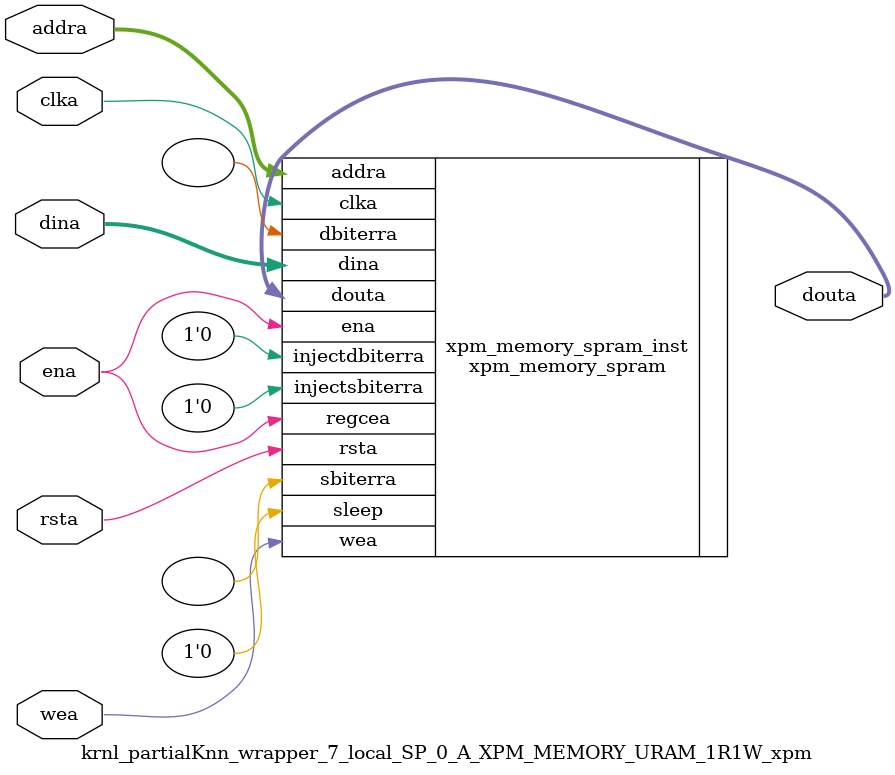
<source format=v>
`timescale 1 ns / 1 ps
module krnl_partialKnn_wrapper_7_local_SP_0_A_XPM_MEMORY_URAM_1R1W_xpm # (
  // Common module parameters
  parameter integer                 MEMORY_SIZE        = 524288,
  parameter                         MEMORY_PRIMITIVE   = "ultra",
  parameter                         ECC_MODE           = "no_ecc",
  parameter                         MEMORY_INIT_FILE   = "none",
  parameter                         WAKEUP_TIME        = "disable_sleep",
  parameter integer                 MESSAGE_CONTROL    = 0,
  // Port A module parameters
  parameter integer                 WRITE_DATA_WIDTH_A = 256,
  parameter integer                 READ_DATA_WIDTH_A  = WRITE_DATA_WIDTH_A,
  parameter integer                 BYTE_WRITE_WIDTH_A = WRITE_DATA_WIDTH_A,
  parameter integer                 ADDR_WIDTH_A       = 11,
  parameter                         READ_RESET_VALUE_A = "0",
  parameter integer                 READ_LATENCY_A     = 1,
  parameter                         WRITE_MODE_A       = "read_first"
) (
  // Port A module ports
  input  wire                                               clka,
  input  wire                                               rsta,
  input  wire                                               ena,
  input  wire [(WRITE_DATA_WIDTH_A/BYTE_WRITE_WIDTH_A)-1:0] wea,
  input  wire [ADDR_WIDTH_A-1:0]                            addra,
  input  wire [WRITE_DATA_WIDTH_A-1:0]                      dina,
  output wire [READ_DATA_WIDTH_A-1:0]                       douta
);
// Set parameter values and connect ports to instantiate an XPM_MEMORY single port RAM configuration
xpm_memory_spram # (
  // Common module parameters
  .MEMORY_SIZE        (MEMORY_SIZE),   //positive integer
  .MEMORY_PRIMITIVE   (MEMORY_PRIMITIVE),      //string; "auto", "distributed", "block" or "ultra";
  .ECC_MODE           (ECC_MODE),      //do not change
  .MEMORY_INIT_FILE   (MEMORY_INIT_FILE), //string; "none" or "<filename>.mem" 
  .MEMORY_INIT_PARAM  (""), //string;
  .WAKEUP_TIME        (WAKEUP_TIME),      //string; "disable_sleep" or "use_sleep_pin"
  .MESSAGE_CONTROL    (MESSAGE_CONTROL),      //do not change
  // Port A module parameters
  .WRITE_DATA_WIDTH_A (WRITE_DATA_WIDTH_A),     //positive integer
  .READ_DATA_WIDTH_A  (READ_DATA_WIDTH_A),     //positive integer
  .BYTE_WRITE_WIDTH_A (BYTE_WRITE_WIDTH_A),     //integer; 8, 9, or WRITE_DATA_WIDTH_A value
  .ADDR_WIDTH_A       (ADDR_WIDTH_A),      //positive integer
  .READ_RESET_VALUE_A (READ_RESET_VALUE_A),  //string
  .READ_LATENCY_A     (READ_LATENCY_A),      //non-negative integer
  .WRITE_MODE_A       (WRITE_MODE_A)       //string; "write_first", "read_first", "no_change"
) xpm_memory_spram_inst (
  // Common module ports
  .sleep          (1'b0),  //do not change
  // Port A module ports
  .clka           (clka),
  .rsta           (rsta),
  .ena            (ena),
  .regcea         (ena),
  .wea            (wea),
  .addra          (addra),
  .dina           (dina),
  .injectsbiterra (1'b0),  //do not change
  .injectdbiterra (1'b0),  //do not change
  .douta          (douta),
  .sbiterra       (),      //do not change
  .dbiterra       ()       //do not change
);
endmodule
</source>
